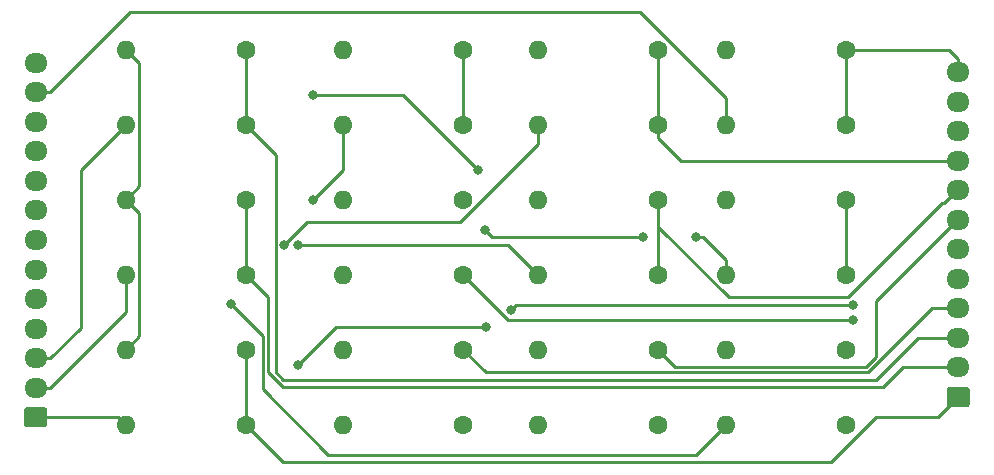
<source format=gbr>
G04 #@! TF.GenerationSoftware,KiCad,Pcbnew,5.1.4-3.fc30*
G04 #@! TF.CreationDate,2019-11-27T18:44:14-08:00*
G04 #@! TF.ProjectId,DASH,44415348-2e6b-4696-9361-645f70636258,rev?*
G04 #@! TF.SameCoordinates,Original*
G04 #@! TF.FileFunction,Copper,L1,Top*
G04 #@! TF.FilePolarity,Positive*
%FSLAX46Y46*%
G04 Gerber Fmt 4.6, Leading zero omitted, Abs format (unit mm)*
G04 Created by KiCad (PCBNEW 5.1.4-3.fc30) date 2019-11-27 18:44:14*
%MOMM*%
%LPD*%
G04 APERTURE LIST*
%ADD10C,0.100000*%
%ADD11C,1.700000*%
%ADD12O,1.950000X1.700000*%
%ADD13O,1.600000X1.600000*%
%ADD14C,1.600000*%
%ADD15C,0.800000*%
%ADD16C,0.250000*%
G04 APERTURE END LIST*
D10*
G36*
X85839504Y-100751204D02*
G01*
X85863773Y-100754804D01*
X85887571Y-100760765D01*
X85910671Y-100769030D01*
X85932849Y-100779520D01*
X85953893Y-100792133D01*
X85973598Y-100806747D01*
X85991777Y-100823223D01*
X86008253Y-100841402D01*
X86022867Y-100861107D01*
X86035480Y-100882151D01*
X86045970Y-100904329D01*
X86054235Y-100927429D01*
X86060196Y-100951227D01*
X86063796Y-100975496D01*
X86065000Y-101000000D01*
X86065000Y-102200000D01*
X86063796Y-102224504D01*
X86060196Y-102248773D01*
X86054235Y-102272571D01*
X86045970Y-102295671D01*
X86035480Y-102317849D01*
X86022867Y-102338893D01*
X86008253Y-102358598D01*
X85991777Y-102376777D01*
X85973598Y-102393253D01*
X85953893Y-102407867D01*
X85932849Y-102420480D01*
X85910671Y-102430970D01*
X85887571Y-102439235D01*
X85863773Y-102445196D01*
X85839504Y-102448796D01*
X85815000Y-102450000D01*
X84365000Y-102450000D01*
X84340496Y-102448796D01*
X84316227Y-102445196D01*
X84292429Y-102439235D01*
X84269329Y-102430970D01*
X84247151Y-102420480D01*
X84226107Y-102407867D01*
X84206402Y-102393253D01*
X84188223Y-102376777D01*
X84171747Y-102358598D01*
X84157133Y-102338893D01*
X84144520Y-102317849D01*
X84134030Y-102295671D01*
X84125765Y-102272571D01*
X84119804Y-102248773D01*
X84116204Y-102224504D01*
X84115000Y-102200000D01*
X84115000Y-101000000D01*
X84116204Y-100975496D01*
X84119804Y-100951227D01*
X84125765Y-100927429D01*
X84134030Y-100904329D01*
X84144520Y-100882151D01*
X84157133Y-100861107D01*
X84171747Y-100841402D01*
X84188223Y-100823223D01*
X84206402Y-100806747D01*
X84226107Y-100792133D01*
X84247151Y-100779520D01*
X84269329Y-100769030D01*
X84292429Y-100760765D01*
X84316227Y-100754804D01*
X84340496Y-100751204D01*
X84365000Y-100750000D01*
X85815000Y-100750000D01*
X85839504Y-100751204D01*
X85839504Y-100751204D01*
G37*
D11*
X85090000Y-101600000D03*
D12*
X85090000Y-99100000D03*
X85090000Y-96600000D03*
X85090000Y-94100000D03*
X85090000Y-91600000D03*
X85090000Y-89100000D03*
X85090000Y-86600000D03*
X85090000Y-84100000D03*
X85090000Y-81600000D03*
X85090000Y-79100000D03*
X85090000Y-76600000D03*
X85090000Y-74100000D03*
X85090000Y-71600000D03*
D10*
G36*
X163944504Y-99041204D02*
G01*
X163968773Y-99044804D01*
X163992571Y-99050765D01*
X164015671Y-99059030D01*
X164037849Y-99069520D01*
X164058893Y-99082133D01*
X164078598Y-99096747D01*
X164096777Y-99113223D01*
X164113253Y-99131402D01*
X164127867Y-99151107D01*
X164140480Y-99172151D01*
X164150970Y-99194329D01*
X164159235Y-99217429D01*
X164165196Y-99241227D01*
X164168796Y-99265496D01*
X164170000Y-99290000D01*
X164170000Y-100490000D01*
X164168796Y-100514504D01*
X164165196Y-100538773D01*
X164159235Y-100562571D01*
X164150970Y-100585671D01*
X164140480Y-100607849D01*
X164127867Y-100628893D01*
X164113253Y-100648598D01*
X164096777Y-100666777D01*
X164078598Y-100683253D01*
X164058893Y-100697867D01*
X164037849Y-100710480D01*
X164015671Y-100720970D01*
X163992571Y-100729235D01*
X163968773Y-100735196D01*
X163944504Y-100738796D01*
X163920000Y-100740000D01*
X162470000Y-100740000D01*
X162445496Y-100738796D01*
X162421227Y-100735196D01*
X162397429Y-100729235D01*
X162374329Y-100720970D01*
X162352151Y-100710480D01*
X162331107Y-100697867D01*
X162311402Y-100683253D01*
X162293223Y-100666777D01*
X162276747Y-100648598D01*
X162262133Y-100628893D01*
X162249520Y-100607849D01*
X162239030Y-100585671D01*
X162230765Y-100562571D01*
X162224804Y-100538773D01*
X162221204Y-100514504D01*
X162220000Y-100490000D01*
X162220000Y-99290000D01*
X162221204Y-99265496D01*
X162224804Y-99241227D01*
X162230765Y-99217429D01*
X162239030Y-99194329D01*
X162249520Y-99172151D01*
X162262133Y-99151107D01*
X162276747Y-99131402D01*
X162293223Y-99113223D01*
X162311402Y-99096747D01*
X162331107Y-99082133D01*
X162352151Y-99069520D01*
X162374329Y-99059030D01*
X162397429Y-99050765D01*
X162421227Y-99044804D01*
X162445496Y-99041204D01*
X162470000Y-99040000D01*
X163920000Y-99040000D01*
X163944504Y-99041204D01*
X163944504Y-99041204D01*
G37*
D11*
X163195000Y-99890000D03*
D12*
X163195000Y-97390000D03*
X163195000Y-94890000D03*
X163195000Y-92390000D03*
X163195000Y-89890000D03*
X163195000Y-87390000D03*
X163195000Y-84890000D03*
X163195000Y-82390000D03*
X163195000Y-79890000D03*
X163195000Y-77390000D03*
X163195000Y-74890000D03*
X163195000Y-72390000D03*
D13*
X92710000Y-102235000D03*
D14*
X102870000Y-102235000D03*
X102870000Y-95885000D03*
D13*
X92710000Y-95885000D03*
D14*
X102870000Y-89535000D03*
D13*
X92710000Y-89535000D03*
X92710000Y-83185000D03*
D14*
X102870000Y-83185000D03*
X102870000Y-76835000D03*
D13*
X92710000Y-76835000D03*
X92710000Y-70485000D03*
D14*
X102870000Y-70485000D03*
X121285000Y-102235000D03*
D13*
X111125000Y-102235000D03*
X111125000Y-95885000D03*
D14*
X121285000Y-95885000D03*
X121285000Y-89535000D03*
D13*
X111125000Y-89535000D03*
X111125000Y-83185000D03*
D14*
X121285000Y-83185000D03*
X121285000Y-76835000D03*
D13*
X111125000Y-76835000D03*
X111125000Y-70485000D03*
D14*
X121285000Y-70485000D03*
X137795000Y-102235000D03*
D13*
X127635000Y-102235000D03*
X127635000Y-95885000D03*
D14*
X137795000Y-95885000D03*
X137795000Y-89535000D03*
D13*
X127635000Y-89535000D03*
X127635000Y-83185000D03*
D14*
X137795000Y-83185000D03*
X137795000Y-76835000D03*
D13*
X127635000Y-76835000D03*
X127635000Y-70485000D03*
D14*
X137795000Y-70485000D03*
X153670000Y-102235000D03*
D13*
X143510000Y-102235000D03*
X143510000Y-95885000D03*
D14*
X153670000Y-95885000D03*
X153670000Y-89535000D03*
D13*
X143510000Y-89535000D03*
X143510000Y-83185000D03*
D14*
X153670000Y-83185000D03*
X153670000Y-76835000D03*
D13*
X143510000Y-76835000D03*
X143510000Y-70485000D03*
D14*
X153670000Y-70485000D03*
D15*
X108585000Y-83185000D03*
X107315000Y-97155000D03*
X123190000Y-93980000D03*
X107315000Y-86995000D03*
X106135705Y-86995000D03*
X101600000Y-91985000D03*
X108585000Y-74295000D03*
X122555000Y-80645000D03*
X123100000Y-85725000D03*
X136525000Y-86360000D03*
X140970000Y-86360000D03*
X154305000Y-93345000D03*
X125290153Y-92514847D03*
X154305000Y-92075000D03*
D16*
X92075000Y-101600000D02*
X92710000Y-102235000D01*
X85090000Y-101600000D02*
X92075000Y-101600000D01*
X92710000Y-90666370D02*
X92710000Y-89535000D01*
X86315000Y-99100000D02*
X92710000Y-92705000D01*
X92710000Y-92705000D02*
X92710000Y-90666370D01*
X85090000Y-99100000D02*
X86315000Y-99100000D01*
X86315000Y-96600000D02*
X88900000Y-94015000D01*
X85090000Y-96600000D02*
X86315000Y-96600000D01*
X88900000Y-80645000D02*
X92710000Y-76835000D01*
X88900000Y-94015000D02*
X88900000Y-80645000D01*
X111125000Y-80645000D02*
X111125000Y-76835000D01*
X108585000Y-83185000D02*
X111125000Y-80645000D01*
X107315000Y-97155000D02*
X110490000Y-93980000D01*
X110490000Y-93980000D02*
X123190000Y-93980000D01*
X125095000Y-86995000D02*
X127635000Y-89535000D01*
X107315000Y-86995000D02*
X125095000Y-86995000D01*
X127635000Y-77966370D02*
X127635000Y-76835000D01*
X127635000Y-78500002D02*
X127635000Y-77966370D01*
X121045002Y-85090000D02*
X127635000Y-78500002D01*
X108040705Y-85090000D02*
X121045002Y-85090000D01*
X106135705Y-86995000D02*
X108040705Y-85090000D01*
X104324990Y-94709990D02*
X104324990Y-99244990D01*
X101600000Y-91985000D02*
X104324990Y-94709990D01*
X104324990Y-99244990D02*
X109855000Y-104775000D01*
X140970000Y-104775000D02*
X143510000Y-102235000D01*
X109855000Y-104775000D02*
X140970000Y-104775000D01*
X108585000Y-74295000D02*
X116205000Y-74295000D01*
X116205000Y-74295000D02*
X122555000Y-80645000D01*
X123100000Y-85725000D02*
X123735000Y-86360000D01*
X123735000Y-86360000D02*
X136525000Y-86360000D01*
X140970000Y-86360000D02*
X141605000Y-86360000D01*
X143510000Y-88265000D02*
X143510000Y-89535000D01*
X141605000Y-86360000D02*
X143510000Y-88265000D01*
X86315000Y-74100000D02*
X93105000Y-67310000D01*
X85090000Y-74100000D02*
X86315000Y-74100000D01*
X143510000Y-74534998D02*
X143510000Y-75703630D01*
X136285002Y-67310000D02*
X143510000Y-74534998D01*
X143510000Y-75703630D02*
X143510000Y-76835000D01*
X93105000Y-67310000D02*
X136285002Y-67310000D01*
X93509999Y-83984999D02*
X92710000Y-83185000D01*
X93835001Y-84310001D02*
X93509999Y-83984999D01*
X93835001Y-94759999D02*
X93835001Y-84310001D01*
X92710000Y-95885000D02*
X93835001Y-94759999D01*
X93835001Y-71610001D02*
X93509999Y-71284999D01*
X93509999Y-71284999D02*
X92710000Y-70485000D01*
X93835001Y-82059999D02*
X93835001Y-71610001D01*
X92710000Y-83185000D02*
X93835001Y-82059999D01*
X102870000Y-102235000D02*
X102870000Y-95885000D01*
X161485000Y-101600000D02*
X163195000Y-99890000D01*
X152400000Y-105410000D02*
X156210000Y-101600000D01*
X156210000Y-101600000D02*
X161485000Y-101600000D01*
X102870000Y-102235000D02*
X106045000Y-105410000D01*
X106045000Y-105410000D02*
X152400000Y-105410000D01*
X102870000Y-89535000D02*
X102870000Y-83185000D01*
X158515000Y-97390000D02*
X163195000Y-97390000D01*
X104775000Y-91440000D02*
X104775000Y-97790000D01*
X104775000Y-97790000D02*
X106045000Y-99060000D01*
X102870000Y-89535000D02*
X104775000Y-91440000D01*
X156845000Y-99060000D02*
X158515000Y-97390000D01*
X106045000Y-99060000D02*
X156845000Y-99060000D01*
X102870000Y-76835000D02*
X102870000Y-70485000D01*
X102870000Y-76835000D02*
X105410705Y-79375705D01*
X105410705Y-79375705D02*
X105410705Y-97789295D01*
X156210000Y-98425000D02*
X159745000Y-94890000D01*
X159745000Y-94890000D02*
X163195000Y-94890000D01*
X105410705Y-97789295D02*
X106046410Y-98425000D01*
X106046410Y-98425000D02*
X156210000Y-98425000D01*
X121285000Y-95885000D02*
X123190000Y-97790000D01*
X123190000Y-97790000D02*
X155575000Y-97790000D01*
X160975000Y-92390000D02*
X163195000Y-92390000D01*
X155575000Y-97790000D02*
X160975000Y-92390000D01*
X129779998Y-93345000D02*
X154305000Y-93345000D01*
X121285000Y-89535000D02*
X125095000Y-93345000D01*
X125095000Y-93345000D02*
X129779998Y-93345000D01*
X121285000Y-76835000D02*
X121285000Y-70485000D01*
X125290153Y-92514847D02*
X125730000Y-92075000D01*
X125730000Y-92075000D02*
X154305000Y-92075000D01*
X139249990Y-97339990D02*
X155388600Y-97339990D01*
X137795000Y-95885000D02*
X139249990Y-97339990D01*
X155388600Y-97339990D02*
X156209295Y-96519295D01*
X163070000Y-84890000D02*
X163195000Y-84890000D01*
X156209295Y-91750705D02*
X163070000Y-84890000D01*
X156209295Y-96519295D02*
X156209295Y-91750705D01*
X137795000Y-89535000D02*
X137795000Y-83185000D01*
X161970000Y-83490000D02*
X163070000Y-82390000D01*
X137795000Y-85485002D02*
X143749998Y-91440000D01*
X137795000Y-83185000D02*
X137795000Y-85485002D01*
X143749998Y-91440000D02*
X153866998Y-91440000D01*
X161816998Y-83490000D02*
X161970000Y-83490000D01*
X163070000Y-82390000D02*
X163195000Y-82390000D01*
X153866998Y-91440000D02*
X161816998Y-83490000D01*
X137795000Y-76835000D02*
X137795000Y-70485000D01*
X161970000Y-79890000D02*
X163195000Y-79890000D01*
X139718630Y-79890000D02*
X161970000Y-79890000D01*
X137795000Y-77966370D02*
X139718630Y-79890000D01*
X137795000Y-76835000D02*
X137795000Y-77966370D01*
X153670000Y-89535000D02*
X153670000Y-83185000D01*
X153670000Y-76835000D02*
X153670000Y-70485000D01*
X163195000Y-71290000D02*
X163195000Y-72390000D01*
X162390000Y-70485000D02*
X163195000Y-71290000D01*
X153670000Y-70485000D02*
X162390000Y-70485000D01*
M02*

</source>
